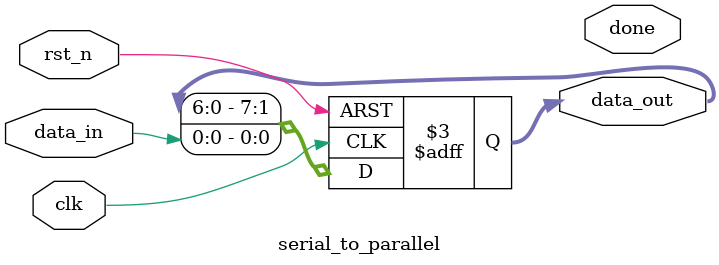
<source format=v>
module serial_to_parallel #(parameter WEIDTH=8)
(
	input rst_n,
	input clk,
	input data_in,
	output reg [WEIDTH-1:0] data_out,
	output done
);


reg [2:0] cnt;

always@(posedge clk or negedge rst_n) begin
	if(!rst_n) begin
		data_out<=8'b0;
		end
	else begin
		data_out<={data_out[WEIDTH-2:0],data_in};
	end
end


endmodule
</source>
